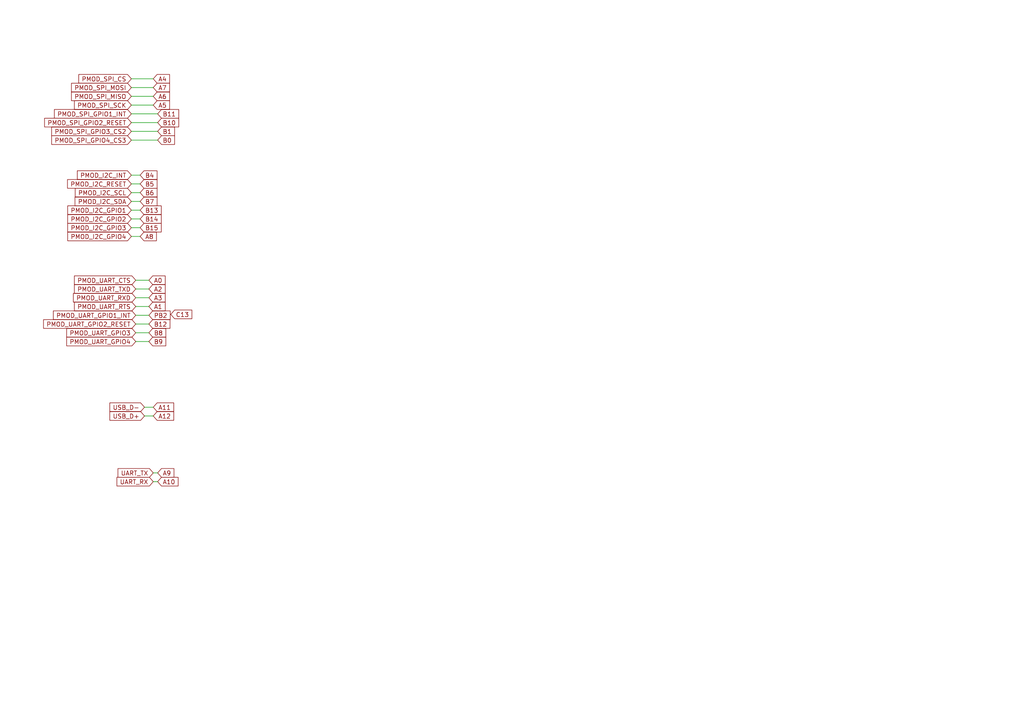
<source format=kicad_sch>
(kicad_sch (version 20211123) (generator eeschema)
  (paper "A4")
  (lib_symbols)
  (wire (pts (xy 38.1 68.58) (xy 40.64 68.58)))
  (wire (pts (xy 43.18 93.98) (xy 39.37 93.98)))
  (wire (pts (xy 45.72 40.64) (xy 38.1 40.64)))
  (wire (pts (xy 43.18 86.36) (xy 39.37 86.36)))
  (wire (pts (xy 44.45 139.7) (xy 45.72 139.7)))
  (wire (pts (xy 38.1 22.86) (xy 44.45 22.86)))
  (wire (pts (xy 40.64 66.04) (xy 38.1 66.04)))
  (wire (pts (xy 39.37 88.9) (xy 43.18 88.9)))
  (wire (pts (xy 38.1 58.42) (xy 40.64 58.42)))
  (wire (pts (xy 40.64 53.34) (xy 38.1 53.34)))
  (wire (pts (xy 39.37 96.52) (xy 43.18 96.52)))
  (wire (pts (xy 44.45 25.4) (xy 38.1 25.4)))
  (wire (pts (xy 38.1 63.5) (xy 40.64 63.5)))
  (wire (pts (xy 38.1 27.94) (xy 44.45 27.94)))
  (wire (pts (xy 44.45 30.48) (xy 38.1 30.48)))
  (wire (pts (xy 44.45 118.11) (xy 41.91 118.11)))
  (wire (pts (xy 40.64 60.96) (xy 38.1 60.96)))
  (wire (pts (xy 38.1 35.56) (xy 45.72 35.56)))
  (wire (pts (xy 41.91 120.65) (xy 44.45 120.65)))
  (wire (pts (xy 43.18 81.28) (xy 39.37 81.28)))
  (wire (pts (xy 45.72 38.1) (xy 38.1 38.1)))
  (wire (pts (xy 45.72 137.16) (xy 44.45 137.16)))
  (wire (pts (xy 40.64 55.88) (xy 38.1 55.88)))
  (wire (pts (xy 43.18 83.82) (xy 39.37 83.82)))
  (wire (pts (xy 40.64 50.8) (xy 38.1 50.8)))
  (wire (pts (xy 43.18 99.06) (xy 39.37 99.06)))
  (wire (pts (xy 39.37 91.44) (xy 43.18 91.44)))
  (wire (pts (xy 45.72 33.02) (xy 38.1 33.02)))
  (global_label "A3" (shape input) (at 43.18 86.36 0) (property "Intersheet-verwijzingen" "${INTERSHEET_REFS}" (effects hide)))
  (global_label "PMOD_UART_CTS" (shape input) (at 39.37 81.28 180) (property "Intersheet-verwijzingen" "${INTERSHEET_REFS}" (effects hide)))
  (global_label "PMOD_I2C_RESET" (shape input) (at 38.1 53.34 180) (property "Intersheet-verwijzingen" "${INTERSHEET_REFS}" (effects hide)))
  (global_label "A11" (shape input) (at 44.45 118.11 0) (property "Intersheet-verwijzingen" "${INTERSHEET_REFS}" (effects hide)))
  (global_label "PB2" (shape input) (at 43.18 91.44 0) (property "Intersheet-verwijzingen" "${INTERSHEET_REFS}" (effects hide)))
  (global_label "PMOD_I2C_GPIO2" (shape input) (at 38.1 63.5 180) (property "Intersheet-verwijzingen" "${INTERSHEET_REFS}" (effects hide)))
  (global_label "B0" (shape input) (at 45.72 40.64 0) (property "Intersheet-verwijzingen" "${INTERSHEET_REFS}" (effects hide)))
  (global_label "USB_D+" (shape input) (at 41.91 120.65 180) (property "Intersheet-verwijzingen" "${INTERSHEET_REFS}" (effects hide)))
  (global_label "B1" (shape input) (at 45.72 38.1 0) (property "Intersheet-verwijzingen" "${INTERSHEET_REFS}" (effects hide)))
  (global_label "A4" (shape input) (at 44.45 22.86 0) (property "Intersheet-verwijzingen" "${INTERSHEET_REFS}" (effects hide)))
  (global_label "A2" (shape input) (at 43.18 83.82 0) (property "Intersheet-verwijzingen" "${INTERSHEET_REFS}" (effects hide)))
  (global_label "B8" (shape input) (at 43.18 96.52 0) (property "Intersheet-verwijzingen" "${INTERSHEET_REFS}" (effects hide)))
  (global_label "PMOD_UART_RXD" (shape input) (at 39.37 86.36 180) (property "Intersheet-verwijzingen" "${INTERSHEET_REFS}" (effects hide)))
  (global_label "PMOD_I2C_INT" (shape input) (at 38.1 50.8 180) (property "Intersheet-verwijzingen" "${INTERSHEET_REFS}" (effects hide)))
  (global_label "A5" (shape input) (at 44.45 30.48 0) (property "Intersheet-verwijzingen" "${INTERSHEET_REFS}" (effects hide)))
  (global_label "PMOD_UART_GPIO2_RESET" (shape input) (at 39.37 93.98 180) (property "Intersheet-verwijzingen" "${INTERSHEET_REFS}" (effects hide)))
  (global_label "B11" (shape input) (at 45.72 33.02 0) (property "Intersheet-verwijzingen" "${INTERSHEET_REFS}" (effects hide)))
  (global_label "B13" (shape input) (at 40.64 60.96 0) (property "Intersheet-verwijzingen" "${INTERSHEET_REFS}" (effects hide)))
  (global_label "C13" (shape input) (at 49.53 91.186 0) (property "Intersheet-verwijzingen" "${INTERSHEET_REFS}" (effects hide)))
  (global_label "UART_RX" (shape input) (at 44.45 139.7 180) (property "Intersheet-verwijzingen" "${INTERSHEET_REFS}" (effects hide)))
  (global_label "PMOD_I2C_SCL" (shape input) (at 38.1 55.88 180) (property "Intersheet-verwijzingen" "${INTERSHEET_REFS}" (effects hide)))
  (global_label "B4" (shape input) (at 40.64 50.8 0) (property "Intersheet-verwijzingen" "${INTERSHEET_REFS}" (effects hide)))
  (global_label "A8" (shape input) (at 40.64 68.58 0) (property "Intersheet-verwijzingen" "${INTERSHEET_REFS}" (effects hide)))
  (global_label "B14" (shape input) (at 40.64 63.5 0) (property "Intersheet-verwijzingen" "${INTERSHEET_REFS}" (effects hide)))
  (global_label "PMOD_UART_GPIO1_INT" (shape input) (at 39.37 91.44 180) (property "Intersheet-verwijzingen" "${INTERSHEET_REFS}" (effects hide)))
  (global_label "B15" (shape input) (at 40.64 66.04 0) (property "Intersheet-verwijzingen" "${INTERSHEET_REFS}" (effects hide)))
  (global_label "PMOD_UART_GPIO4" (shape input) (at 39.37 99.06 180) (property "Intersheet-verwijzingen" "${INTERSHEET_REFS}" (effects hide)))
  (global_label "PMOD_SPI_GPIO2_RESET" (shape input) (at 38.1 35.56 180) (property "Intersheet-verwijzingen" "${INTERSHEET_REFS}" (effects hide)))
  (global_label "A10" (shape input) (at 45.72 139.7 0) (property "Intersheet-verwijzingen" "${INTERSHEET_REFS}" (effects hide)))
  (global_label "B12" (shape input) (at 43.18 93.98 0) (property "Intersheet-verwijzingen" "${INTERSHEET_REFS}" (effects hide)))
  (global_label "PMOD_UART_RTS" (shape input) (at 39.37 88.9 180) (property "Intersheet-verwijzingen" "${INTERSHEET_REFS}" (effects hide)))
  (global_label "PMOD_SPI_MISO" (shape input) (at 38.1 27.94 180) (property "Intersheet-verwijzingen" "${INTERSHEET_REFS}" (effects hide)))
  (global_label "B5" (shape input) (at 40.64 53.34 0) (property "Intersheet-verwijzingen" "${INTERSHEET_REFS}" (effects hide)))
  (global_label "UART_TX" (shape input) (at 44.45 137.16 180) (property "Intersheet-verwijzingen" "${INTERSHEET_REFS}" (effects hide)))
  (global_label "PMOD_SPI_GPIO1_INT" (shape input) (at 38.1 33.02 180) (property "Intersheet-verwijzingen" "${INTERSHEET_REFS}" (effects hide)))
  (global_label "USB_D-" (shape input) (at 41.91 118.11 180) (property "Intersheet-verwijzingen" "${INTERSHEET_REFS}" (effects hide)))
  (global_label "A12" (shape input) (at 44.45 120.65 0) (property "Intersheet-verwijzingen" "${INTERSHEET_REFS}" (effects hide)))
  (global_label "PMOD_I2C_GPIO4" (shape input) (at 38.1 68.58 180) (property "Intersheet-verwijzingen" "${INTERSHEET_REFS}" (effects hide)))
  (global_label "PMOD_SPI_CS" (shape input) (at 38.1 22.86 180) (property "Intersheet-verwijzingen" "${INTERSHEET_REFS}" (effects hide)))
  (global_label "A0" (shape input) (at 43.18 81.28 0) (property "Intersheet-verwijzingen" "${INTERSHEET_REFS}" (effects hide)))
  (global_label "B9" (shape input) (at 43.18 99.06 0) (property "Intersheet-verwijzingen" "${INTERSHEET_REFS}" (effects hide)))
  (global_label "PMOD_I2C_GPIO1" (shape input) (at 38.1 60.96 180) (property "Intersheet-verwijzingen" "${INTERSHEET_REFS}" (effects hide)))
  (global_label "PMOD_I2C_GPIO3" (shape input) (at 38.1 66.04 180) (property "Intersheet-verwijzingen" "${INTERSHEET_REFS}" (effects hide)))
  (global_label "A6" (shape input) (at 44.45 27.94 0) (property "Intersheet-verwijzingen" "${INTERSHEET_REFS}" (effects hide)))
  (global_label "PMOD_SPI_SCK" (shape input) (at 38.1 30.48 180) (property "Intersheet-verwijzingen" "${INTERSHEET_REFS}" (effects hide)))
  (global_label "B10" (shape input) (at 45.72 35.56 0) (property "Intersheet-verwijzingen" "${INTERSHEET_REFS}" (effects hide)))
  (global_label "PMOD_SPI_MOSI" (shape input) (at 38.1 25.4 180) (property "Intersheet-verwijzingen" "${INTERSHEET_REFS}" (effects hide)))
  (global_label "PMOD_I2C_SDA" (shape input) (at 38.1 58.42 180) (property "Intersheet-verwijzingen" "${INTERSHEET_REFS}" (effects hide)))
  (global_label "A9" (shape input) (at 45.72 137.16 0) (property "Intersheet-verwijzingen" "${INTERSHEET_REFS}" (effects hide)))
  (global_label "A7" (shape input) (at 44.45 25.4 0) (property "Intersheet-verwijzingen" "${INTERSHEET_REFS}" (effects hide)))
  (global_label "PMOD_UART_TXD" (shape input) (at 39.37 83.82 180) (property "Intersheet-verwijzingen" "${INTERSHEET_REFS}" (effects hide)))
  (global_label "B7" (shape input) (at 40.64 58.42 0) (property "Intersheet-verwijzingen" "${INTERSHEET_REFS}" (effects hide)))
  (global_label "A1" (shape input) (at 43.18 88.9 0) (property "Intersheet-verwijzingen" "${INTERSHEET_REFS}" (effects hide)))
  (global_label "PMOD_UART_GPIO3" (shape input) (at 39.37 96.52 180) (property "Intersheet-verwijzingen" "${INTERSHEET_REFS}" (effects hide)))
  (global_label "PMOD_SPI_GPIO4_CS3" (shape input) (at 38.1 40.64 180) (property "Intersheet-verwijzingen" "${INTERSHEET_REFS}" (effects hide)))
  (global_label "B6" (shape input) (at 40.64 55.88 0) (property "Intersheet-verwijzingen" "${INTERSHEET_REFS}" (effects hide)))
  (global_label "PMOD_SPI_GPIO3_CS2" (shape input) (at 38.1 38.1 180) (property "Intersheet-verwijzingen" "${INTERSHEET_REFS}" (effects hide)))
)
</source>
